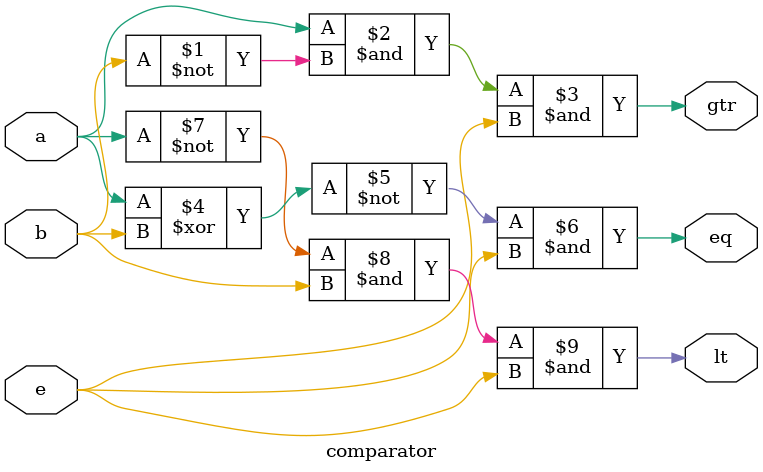
<source format=v>
module comparator(gtr, eq, lt, a, b, e);

input a,b,e;
output gtr, eq, lt;

assign gtr = a & (~b) & e;
assign eq =  ~(a^b) & e;
assign lt = (~a)&b&e;

endmodule

</source>
